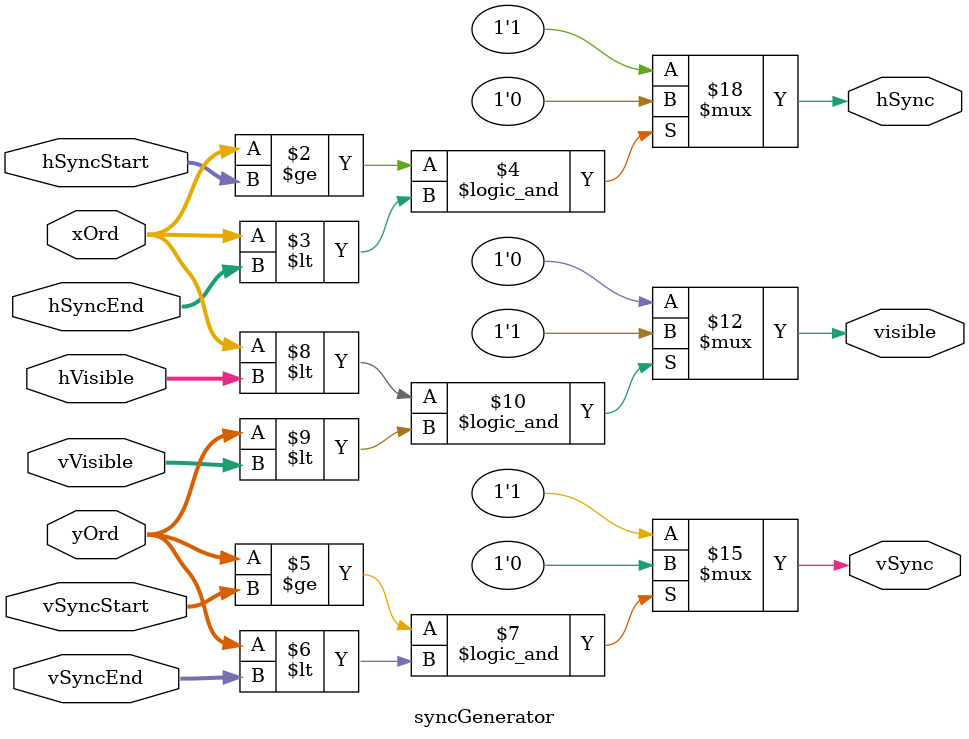
<source format=v>
module vgaDriver(
    input clock50MHz,
    input resetn,
    input [9:0] resolutionX,
    input [9:0] resolutionY,
    output hSync,
    output vSync,
    output [9:0] xOrd,
    output [9:0] yOrd,
    output visible,
    output pixelClkOut
);
    // standard VGA timing blanking periods (640x480 @ 60Hz)
    wire [9:0] hFrontPorch = 10'd16;
    wire [9:0] hSyncPulse = 10'd96;
    wire [9:0] hBackPorch = 10'd48;
    wire [9:0] vFrontPorch = 10'd10;
    wire [9:0] vSyncPulse = 10'd2;
    wire [9:0] vBackPorch = 10'd33;
    
    // calculate timing values
    wire [9:0] hSyncStart = resolutionX + hFrontPorch;
    wire [9:0] hSyncEnd = hSyncStart + hSyncPulse;
    wire [9:0] hTotal = resolutionX + hFrontPorch + hSyncPulse + hBackPorch;
    
    wire [9:0] vSyncStart = resolutionY + vFrontPorch;
    wire [9:0] vSyncEnd = vSyncStart + vSyncPulse;
    wire [9:0] vTotal = resolutionY + vFrontPorch + vSyncPulse + vBackPorch;

    wire pixelClk;
    wire [9:0] xCoord;
    wire [9:0] yCoord;
    wire hEnd;
    wire vis;

    pixelClock pc (.clock(clock50MHz), .resetn(resetn), .pulse(pixelClk));
    
    hCounter hc (
        .pixelClock(pixelClk), 
        .resetn(resetn),
        .hTotal(hTotal),
        .xOrd(xCoord), 
        .hEnd(hEnd)
    );
    
    vCounter vc (
        .pixelClock(pixelClk), 
        .resetn(resetn), 
        .hEnd(hEnd),
        .vTotal(vTotal),
        .yOrd(yCoord)
    );
    
    syncGenerator sg (
        .xOrd(xCoord), 
        .yOrd(yCoord),
        .hVisible(resolutionX),
        .hSyncStart(hSyncStart),
        .hSyncEnd(hSyncEnd),
        .vVisible(resolutionY),
        .vSyncStart(vSyncStart),
        .vSyncEnd(vSyncEnd),
        .hSync(hSync), 
        .vSync(vSync), 
        .visible(vis)
    );
    
    assign xOrd = xCoord;
    assign yOrd = yCoord;
    assign visible = vis;
    assign pixelClkOut = pixelClk;
endmodule

// pixel clock divider - divide 50MHz by 2 to get 25MHz
module pixelClock(
    input clock,
    input resetn,
    output reg pulse
);
    always @(posedge clock or negedge resetn) begin
        if (!resetn) begin
            pulse <= 0;
        end else begin
            pulse <= ~pulse;
        end
    end
endmodule

// horizontal counter
module hCounter(
    input pixelClock,
    input resetn,
    input [9:0] hTotal,
    output reg [9:0] xOrd,
    output reg hEnd
);
    always @(posedge pixelClock or negedge resetn) begin
        if (!resetn) begin
            xOrd <= 10'd0;
            hEnd <= 0;
        end else begin
            if (xOrd == hTotal - 1) begin
                xOrd <= 10'd0;
                hEnd <= 1;
            end else begin
                xOrd <= xOrd + 1;
                hEnd <= 0;
            end
        end
    end
endmodule

// vertical counter
module vCounter(
    input pixelClock,
    input resetn,
    input hEnd,
    input [9:0] vTotal,
    output reg [9:0] yOrd
);
    always @(posedge pixelClock or negedge resetn) begin
        if (!resetn) begin
            yOrd <= 10'd0;
        end else if (hEnd) begin
            if (yOrd == vTotal - 1)
                yOrd <= 10'd0;
            else
                yOrd <= yOrd + 1;
        end
    end
endmodule

// sync signal generator
module syncGenerator(
    input wire [9:0] xOrd,
    input wire [9:0] yOrd,
    input wire [9:0] hVisible,
    input wire [9:0] hSyncStart,
    input wire [9:0] hSyncEnd,
    input wire [9:0] vVisible,
    input wire [9:0] vSyncStart,
    input wire [9:0] vSyncEnd,
    output reg hSync,
    output reg vSync,
    output reg visible
);
    always @(*) begin
        // hSync conditions
        if (xOrd >= hSyncStart && xOrd < hSyncEnd)
            hSync = 0;
        else
            hSync = 1;

        // vSync conditions
        if (yOrd >= vSyncStart && yOrd < vSyncEnd)
            vSync = 0;
        else
            vSync = 1;

        // visible conditions
        if (xOrd < hVisible && yOrd < vVisible)
            visible = 1;
        else
            visible = 0;
    end
endmodule


</source>
